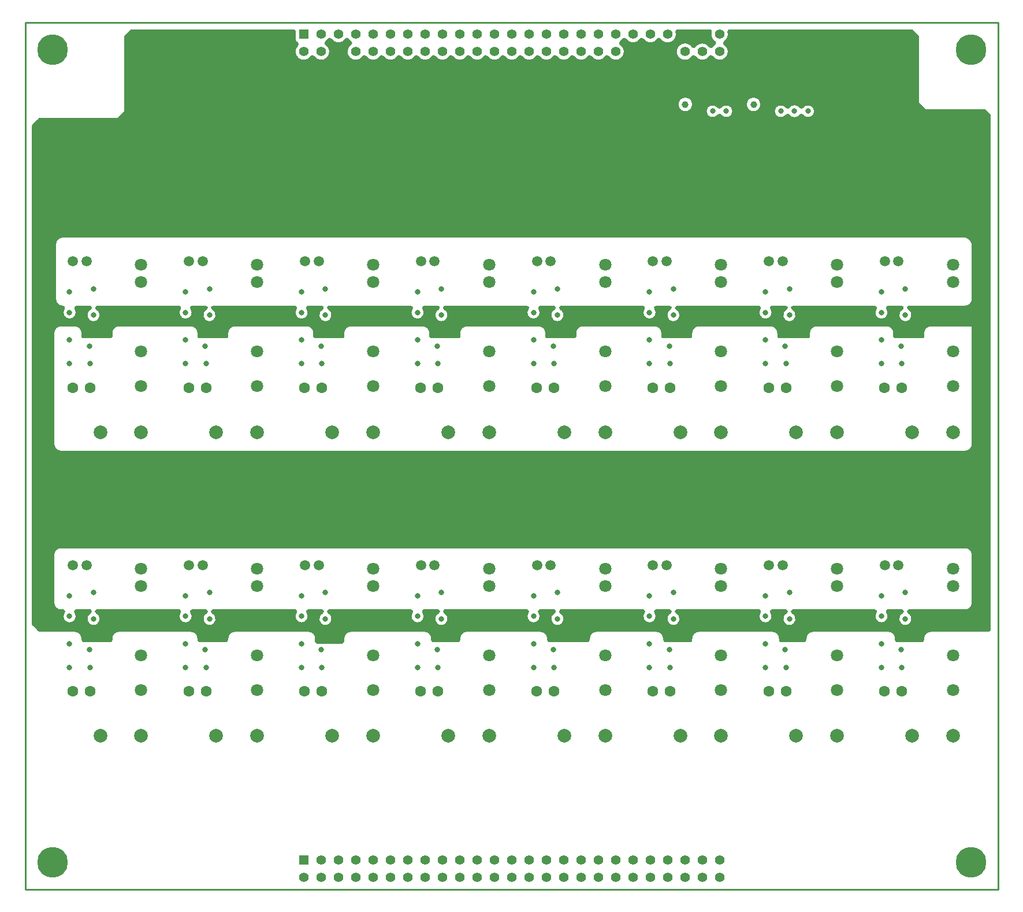
<source format=gbr>
*
*
G04 PADS Layout (Build Number 2005.266.2) generated Gerber (RS-274-X) file*
G04 PC Version=2.1*
*
%IN "cecs_module_relay_1031."*%
*
%MOMM*%
*
%FSLAX35Y35*%
*
*
*
*
G04 PC Standard Apertures*
*
*
G04 Thermal Relief Aperture macro.*
%AMTER*
1,1,$1,0,0*
1,0,$1-$2,0,0*
21,0,$3,$4,0,0,45*
21,0,$3,$4,0,0,135*
%
*
*
G04 Annular Aperture macro.*
%AMANN*
1,1,$1,0,0*
1,0,$2,0,0*
%
*
*
G04 Odd Aperture macro.*
%AMODD*
1,1,$1,0,0*
1,0,$1-0.005,0,0*
%
*
*
G04 PC Custom Aperture Macros*
*
*
*
*
*
*
G04 PC Aperture Table*
*
%ADD033C,1.5*%
%ADD034R,1.4224X1.4224*%
%ADD035C,1.4224*%
%ADD036C,2*%
%ADD058C,0.254*%
%ADD061C,1*%
%ADD062C,0.8*%
%ADD103C,1.6*%
%ADD105C,1.8*%
%ADD106C,4.5*%
%ADD108C,0.3*%
*
*
*
*
G04 PC Custom Flashes*
G04 Layer Name cecs_module_relay_1031. - flashes*
%LPD*%
*
*
G04 PC Circuitry*
G04 Layer Name cecs_module_relay_1031. - circuitry*
%LPD*%
*
G54D33*
G01X26300000Y17450000D03*
X26100000D03*
X33100000Y21900000D03*
X32900000D03*
X34800000Y17450000D03*
X34600000D03*
X34800000Y21900000D03*
X34600000D03*
X36500000Y17450000D03*
X36300000D03*
X36500000Y21900000D03*
X36300000D03*
X38200000Y17450000D03*
X38000000D03*
X38200000Y21900000D03*
X38000000D03*
X26300000D03*
X26100000D03*
X28000000Y17450000D03*
X27800000D03*
X28000000Y21900000D03*
X27800000D03*
X29700000Y17450000D03*
X29500000D03*
X29700000Y21900000D03*
X29500000D03*
X31400000Y17450000D03*
X31200000D03*
X31400000Y21900000D03*
X31200000D03*
X33100000Y17450000D03*
X32900000D03*
G54D34*
X29482000Y13127000D03*
Y25227000D03*
G54D35*
Y12873000D03*
X29736000Y13127000D03*
Y12873000D03*
X29990000Y13127000D03*
Y12873000D03*
X30244000Y13127000D03*
Y12873000D03*
X30498000Y13127000D03*
Y12873000D03*
X30752000Y13127000D03*
Y12873000D03*
X31006000Y13127000D03*
Y12873000D03*
X31260000Y13127000D03*
Y12873000D03*
X31514000Y13127000D03*
Y12873000D03*
X31768000Y13127000D03*
Y12873000D03*
X32022000Y13127000D03*
Y12873000D03*
X32276000Y13127000D03*
Y12873000D03*
X32530000Y13127000D03*
Y12873000D03*
X32784000Y13127000D03*
Y12873000D03*
X33038000Y13127000D03*
Y12873000D03*
X33292000Y13127000D03*
Y12873000D03*
X33546000Y13127000D03*
Y12873000D03*
X33800000Y13127000D03*
Y12873000D03*
X34054000Y13127000D03*
Y12873000D03*
X34308000Y13127000D03*
Y12873000D03*
X34562000Y13127000D03*
Y12873000D03*
X34816000Y13127000D03*
Y12873000D03*
X35070000Y13127000D03*
Y12873000D03*
X35324000Y13127000D03*
Y12873000D03*
X35578000Y13127000D03*
Y12873000D03*
X29482000Y24973000D03*
X29736000Y25227000D03*
Y24973000D03*
X29990000Y25227000D03*
Y24973000D03*
X30244000Y25227000D03*
Y24973000D03*
X30498000Y25227000D03*
Y24973000D03*
X30752000Y25227000D03*
Y24973000D03*
X31006000Y25227000D03*
Y24973000D03*
X31260000Y25227000D03*
Y24973000D03*
X31514000Y25227000D03*
Y24973000D03*
X31768000Y25227000D03*
Y24973000D03*
X32022000Y25227000D03*
Y24973000D03*
X32276000Y25227000D03*
Y24973000D03*
X32530000Y25227000D03*
Y24973000D03*
X32784000Y25227000D03*
Y24973000D03*
X33038000Y25227000D03*
Y24973000D03*
X33292000Y25227000D03*
Y24973000D03*
X33546000Y25227000D03*
Y24973000D03*
X33800000Y25227000D03*
Y24973000D03*
X34054000Y25227000D03*
Y24973000D03*
X34308000Y25227000D03*
Y24973000D03*
X34562000Y25227000D03*
Y24973000D03*
X34816000Y25227000D03*
Y24973000D03*
X35070000Y25227000D03*
Y24973000D03*
X35324000Y25227000D03*
Y24973000D03*
X35578000Y25227000D03*
Y24973000D03*
G54D36*
X27100000Y14950000D03*
X26500000D03*
X33900000Y19400000D03*
X33300000D03*
X35600000Y14950000D03*
X35000000D03*
X35600000Y19400000D03*
X35000000D03*
X37300000Y14950000D03*
X36700000D03*
X37300000Y19400000D03*
X36700000D03*
X39000000Y14950000D03*
X38400000D03*
X39000000Y19400000D03*
X38400000D03*
X27100000D03*
X26500000D03*
X28800000Y14950000D03*
X28200000D03*
X28800000Y19400000D03*
X28200000D03*
X30500000Y14950000D03*
X29900000D03*
X30500000Y19400000D03*
X29900000D03*
X32200000Y14950000D03*
X31600000D03*
X32200000Y19400000D03*
X31600000D03*
X33900000Y14950000D03*
X33300000D03*
G54D58*
X25400000Y12700000D02*
Y25400000D01*
X39660000*
Y12700000*
X25400000*
G54D61*
X36075000Y24200000D03*
Y23700000D03*
X35075000Y24200000D03*
Y23700000D03*
X36075000Y24200000D03*
Y23700000D03*
X35075000Y24200000D03*
Y23700000D03*
G54D62*
X35475000Y24100000D03*
Y23800000D03*
X35675000Y24100000D03*
Y23800000D03*
X36475000Y24100000D03*
Y23800000D03*
X36675000Y24100000D03*
Y23800000D03*
X36875000Y24100000D03*
Y23800000D03*
X26339700Y16211100D03*
Y16388900D03*
X26050000Y16300000D03*
X33139700Y20661100D03*
Y20838900D03*
X32850000Y20750000D03*
X34839700Y16211100D03*
Y16388900D03*
X34550000Y16300000D03*
X34839700Y20661100D03*
Y20838900D03*
X34550000Y20750000D03*
X36539700Y16211100D03*
Y16388900D03*
X36250000Y16300000D03*
X36539700Y20661100D03*
Y20838900D03*
X36250000Y20750000D03*
X38239700Y16211100D03*
Y16388900D03*
X37950000Y16300000D03*
X38239700Y20661100D03*
Y20838900D03*
X37950000Y20750000D03*
X26339700Y20661100D03*
Y20838900D03*
X26050000Y20750000D03*
X28039700Y16211100D03*
Y16388900D03*
X27750000Y16300000D03*
X28039700Y20661100D03*
Y20838900D03*
X27750000Y20750000D03*
X29739700Y16211100D03*
Y16388900D03*
X29450000Y16300000D03*
X29739700Y20661100D03*
Y20838900D03*
X29450000Y20750000D03*
X31439700Y16211100D03*
Y16388900D03*
X31150000Y16300000D03*
X31439700Y20661100D03*
Y20838900D03*
X31150000Y20750000D03*
X33139700Y16211100D03*
Y16388900D03*
X32850000Y16300000D03*
X26400000Y17050000D03*
Y16662500D03*
X27750000Y21450000D03*
Y21150000D03*
X28050000Y15950000D03*
X27750000D03*
X28050000Y20400000D03*
X27750000D03*
X29800000Y17050000D03*
Y16662500D03*
Y21500000D03*
Y21112500D03*
X29450000Y17000000D03*
Y16700000D03*
Y21450000D03*
Y21150000D03*
X29750000Y15950000D03*
X29450000D03*
X29750000Y20400000D03*
X29450000D03*
X31500000Y17050000D03*
Y16662500D03*
X26400000Y21500000D03*
Y21112500D03*
X31500000Y21500000D03*
Y21112500D03*
X31150000Y17000000D03*
Y16700000D03*
Y21450000D03*
Y21150000D03*
X31450000Y15950000D03*
X31150000D03*
X31450000Y20400000D03*
X31150000D03*
X33200000Y17050000D03*
Y16662500D03*
Y21500000D03*
Y21112500D03*
X32850000Y17000000D03*
Y16700000D03*
Y21450000D03*
Y21150000D03*
X33150000Y15950000D03*
X32850000D03*
X26050000Y17000000D03*
Y16700000D03*
X33150000Y20400000D03*
X32850000D03*
X34900000Y17050000D03*
Y16662500D03*
X34550000Y17000000D03*
Y16700000D03*
X34900000Y21500000D03*
Y21112500D03*
X34550000Y21450000D03*
Y21150000D03*
X34850000Y15950000D03*
X34550000D03*
X34850000Y20400000D03*
X34550000D03*
X36600000Y17050000D03*
Y16662500D03*
Y21500000D03*
Y21112500D03*
X36250000Y17000000D03*
Y16700000D03*
X26050000Y21450000D03*
Y21150000D03*
X36250000Y21450000D03*
Y21150000D03*
X36550000Y15950000D03*
X36250000D03*
X36550000Y20400000D03*
X36250000D03*
X38300000Y17050000D03*
Y16662500D03*
X37950000Y17000000D03*
Y16700000D03*
X38300000Y21500000D03*
Y21112500D03*
X37950000Y21450000D03*
Y21150000D03*
X38250000Y15950000D03*
X37950000D03*
X38250000Y20400000D03*
X37950000D03*
X26350000Y15950000D03*
X26050000D03*
X26350000Y20400000D03*
X26050000D03*
X28100000Y17050000D03*
Y16662500D03*
X27750000Y17000000D03*
Y16700000D03*
X28100000Y21500000D03*
Y21112500D03*
X35475000Y24100000D03*
Y23800000D03*
X35675000Y24100000D03*
Y23800000D03*
X36475000Y24100000D03*
Y23800000D03*
X36675000Y24100000D03*
Y23800000D03*
X36875000Y24100000D03*
Y23800000D03*
X26339700Y16211100D03*
Y16388900D03*
X26050000Y16300000D03*
X33139700Y20661100D03*
Y20838900D03*
X32850000Y20750000D03*
X34839700Y16211100D03*
Y16388900D03*
X34550000Y16300000D03*
X34839700Y20661100D03*
Y20838900D03*
X34550000Y20750000D03*
X36539700Y16211100D03*
Y16388900D03*
X36250000Y16300000D03*
X36539700Y20661100D03*
Y20838900D03*
X36250000Y20750000D03*
X38239700Y16211100D03*
Y16388900D03*
X37950000Y16300000D03*
X38239700Y20661100D03*
Y20838900D03*
X37950000Y20750000D03*
X26339700Y20661100D03*
Y20838900D03*
X26050000Y20750000D03*
X28039700Y16211100D03*
Y16388900D03*
X27750000Y16300000D03*
X28039700Y20661100D03*
Y20838900D03*
X27750000Y20750000D03*
X29739700Y16211100D03*
Y16388900D03*
X29450000Y16300000D03*
X29739700Y20661100D03*
Y20838900D03*
X29450000Y20750000D03*
X31439700Y16211100D03*
Y16388900D03*
X31150000Y16300000D03*
X31439700Y20661100D03*
Y20838900D03*
X31150000Y20750000D03*
X33139700Y16211100D03*
Y16388900D03*
X32850000Y16300000D03*
X26400000Y17050000D03*
Y16662500D03*
X27750000Y21450000D03*
Y21150000D03*
X28050000Y15950000D03*
X27750000D03*
X28050000Y20400000D03*
X27750000D03*
X29800000Y17050000D03*
Y16662500D03*
Y21500000D03*
Y21112500D03*
X29450000Y17000000D03*
Y16700000D03*
Y21450000D03*
Y21150000D03*
X29750000Y15950000D03*
X29450000D03*
X29750000Y20400000D03*
X29450000D03*
X31500000Y17050000D03*
Y16662500D03*
X26400000Y21500000D03*
Y21112500D03*
X31500000Y21500000D03*
Y21112500D03*
X31150000Y17000000D03*
Y16700000D03*
Y21450000D03*
Y21150000D03*
X31450000Y15950000D03*
X31150000D03*
X31450000Y20400000D03*
X31150000D03*
X33200000Y17050000D03*
Y16662500D03*
Y21500000D03*
Y21112500D03*
X32850000Y17000000D03*
Y16700000D03*
Y21450000D03*
Y21150000D03*
X33150000Y15950000D03*
X32850000D03*
X26050000Y17000000D03*
Y16700000D03*
X33150000Y20400000D03*
X32850000D03*
X34900000Y17050000D03*
Y16662500D03*
X34550000Y17000000D03*
Y16700000D03*
X34900000Y21500000D03*
Y21112500D03*
X34550000Y21450000D03*
Y21150000D03*
X34850000Y15950000D03*
X34550000D03*
X34850000Y20400000D03*
X34550000D03*
X36600000Y17050000D03*
Y16662500D03*
Y21500000D03*
Y21112500D03*
X36250000Y17000000D03*
Y16700000D03*
X26050000Y21450000D03*
Y21150000D03*
X36250000Y21450000D03*
Y21150000D03*
X36550000Y15950000D03*
X36250000D03*
X36550000Y20400000D03*
X36250000D03*
X38300000Y17050000D03*
Y16662500D03*
X37950000Y17000000D03*
Y16700000D03*
X38300000Y21500000D03*
Y21112500D03*
X37950000Y21450000D03*
Y21150000D03*
X38250000Y15950000D03*
X37950000D03*
X38250000Y20400000D03*
X37950000D03*
X26350000Y15950000D03*
X26050000D03*
X26350000Y20400000D03*
X26050000D03*
X28100000Y17050000D03*
Y16662500D03*
X27750000Y17000000D03*
Y16700000D03*
X28100000Y21500000D03*
Y21112500D03*
G54D103*
X31450000Y20050000D03*
X31196000D03*
X33150000Y15600000D03*
X32896000D03*
X33150000Y20050000D03*
X32896000D03*
X34850000Y15600000D03*
X34596000D03*
X34850000Y20050000D03*
X34596000D03*
X36550000Y15600000D03*
X36296000D03*
X36550000Y20050000D03*
X36296000D03*
X38250000Y15600000D03*
X37996000D03*
X38250000Y20050000D03*
X37996000D03*
X26350000Y15600000D03*
X26096000D03*
X26350000Y20050000D03*
X26096000D03*
X28050000Y15600000D03*
X27796000D03*
X28050000Y20050000D03*
X27796000D03*
X29750000Y15600000D03*
X29496000D03*
X29750000Y20050000D03*
X29496000D03*
X31450000Y15600000D03*
X31196000D03*
G54D105*
X27100000Y17400000D03*
Y17146000D03*
Y15622000D03*
Y16130000D03*
X33900000Y21850000D03*
Y21596000D03*
Y20072000D03*
Y20580000D03*
X35600000Y17400000D03*
Y17146000D03*
Y15622000D03*
Y16130000D03*
Y21850000D03*
Y21596000D03*
Y20072000D03*
Y20580000D03*
X37300000Y17400000D03*
Y17146000D03*
Y15622000D03*
Y16130000D03*
Y21850000D03*
Y21596000D03*
Y20072000D03*
Y20580000D03*
X39000000Y17400000D03*
Y17146000D03*
Y15622000D03*
Y16130000D03*
Y21850000D03*
Y21596000D03*
Y20072000D03*
Y20580000D03*
X27100000Y21850000D03*
Y21596000D03*
Y20072000D03*
Y20580000D03*
X28800000Y17400000D03*
Y17146000D03*
Y15622000D03*
Y16130000D03*
Y21850000D03*
Y21596000D03*
Y20072000D03*
Y20580000D03*
X30500000Y17400000D03*
Y17146000D03*
Y15622000D03*
Y16130000D03*
Y21850000D03*
Y21596000D03*
Y20072000D03*
Y20580000D03*
X32200000Y17400000D03*
Y17146000D03*
Y15622000D03*
Y16130000D03*
Y21850000D03*
Y21596000D03*
Y20072000D03*
Y20580000D03*
X33900000Y17400000D03*
Y17146000D03*
Y15622000D03*
Y16130000D03*
G54D106*
X25800000Y25000000D03*
X39260000D03*
Y13100000D03*
X25800000D03*
G54D108*
X39290000Y16935000D02*
Y16900000D01*
X39175000Y16785000D02*
G75*
G03X39290000Y16900000I0J115000D01*
G01X39175000Y16785000D02*
X39115000D01*
Y16640000*
X39535000*
Y16935000*
X39290000*
X39040000Y20965000D02*
X39485000D01*
Y21435000*
X39290000*
Y21350000*
X39175000Y21235000D02*
G03X39290000Y21350000I0J115000D01*
G01X39175000Y21235000D02*
X39040000D01*
Y20965000*
X39090000Y19110000D02*
X39175000D01*
G03X39290000Y19225000I0J115000*
G01Y19310000*
X39535000*
Y17915000*
X39090000*
Y19110000*
X39290000Y17490000D02*
Y17600000D01*
G03X39175000Y17715000I-115000J0*
G01X39090000*
Y17960000*
X39535000*
Y17490000*
X39290000*
Y16909967D02*
X39535000D01*
X39288732Y16882967D02*
X39535000D01*
X39281236Y16855967D02*
X39535000D01*
X39265439Y16828967D02*
X39535000D01*
X39235120Y16801967D02*
X39535000D01*
X39115000Y16774967D02*
X39535000D01*
X39115000Y16747967D02*
X39535000D01*
X39115000Y16720967D02*
X39535000D01*
X39115000Y16693967D02*
X39535000D01*
X39115000Y16666967D02*
X39535000D01*
X39290000Y21423967D02*
X39485000D01*
X39290000Y21396967D02*
X39485000D01*
X39290000Y21369967D02*
X39485000D01*
X39289785Y21342967D02*
X39485000D01*
X39284849Y21315967D02*
X39485000D01*
X39272468Y21288967D02*
X39485000D01*
X39248994Y21261967D02*
X39485000D01*
X39040000Y21234967D02*
X39485000D01*
X39040000Y21207967D02*
X39485000D01*
X39040000Y21180967D02*
X39485000D01*
X39040000Y21153967D02*
X39485000D01*
X39040000Y21126967D02*
X39485000D01*
X39040000Y21099967D02*
X39485000D01*
X39040000Y21072967D02*
X39485000D01*
X39040000Y21045967D02*
X39485000D01*
X39040000Y21018967D02*
X39485000D01*
X39040000Y20991967D02*
X39485000D01*
X39290000Y19291967D02*
X39535000D01*
X39290000Y19264967D02*
X39535000D01*
X39290000Y19237967D02*
X39535000D01*
X39289141Y19210967D02*
X39535000D01*
X39282430Y19183967D02*
X39535000D01*
X39267717Y19156967D02*
X39535000D01*
X39239759Y19129967D02*
X39535000D01*
X39090000Y19102967D02*
X39535000D01*
X39090000Y19075967D02*
X39535000D01*
X39090000Y19048967D02*
X39535000D01*
X39090000Y19021967D02*
X39535000D01*
X39090000Y18994967D02*
X39535000D01*
X39090000Y18967967D02*
X39535000D01*
X39090000Y18940967D02*
X39535000D01*
X39090000Y18913967D02*
X39535000D01*
X39090000Y18886967D02*
X39535000D01*
X39090000Y18859967D02*
X39535000D01*
X39090000Y18832967D02*
X39535000D01*
X39090000Y18805967D02*
X39535000D01*
X39090000Y18778967D02*
X39535000D01*
X39090000Y18751967D02*
X39535000D01*
X39090000Y18724967D02*
X39535000D01*
X39090000Y18697967D02*
X39535000D01*
X39090000Y18670967D02*
X39535000D01*
X39090000Y18643967D02*
X39535000D01*
X39090000Y18616967D02*
X39535000D01*
X39090000Y18589967D02*
X39535000D01*
X39090000Y18562967D02*
X39535000D01*
X39090000Y18535967D02*
X39535000D01*
X39090000Y18508967D02*
X39535000D01*
X39090000Y18481967D02*
X39535000D01*
X39090000Y18454967D02*
X39535000D01*
X39090000Y18427967D02*
X39535000D01*
X39090000Y18400967D02*
X39535000D01*
X39090000Y18373967D02*
X39535000D01*
X39090000Y18346967D02*
X39535000D01*
X39090000Y18319967D02*
X39535000D01*
X39090000Y18292967D02*
X39535000D01*
X39090000Y18265967D02*
X39535000D01*
X39090000Y18238967D02*
X39535000D01*
X39090000Y18211967D02*
X39535000D01*
X39090000Y18184967D02*
X39535000D01*
X39090000Y18157967D02*
X39535000D01*
X39090000Y18130967D02*
X39535000D01*
X39090000Y18103967D02*
X39535000D01*
X39090000Y18076967D02*
X39535000D01*
X39090000Y18049967D02*
X39535000D01*
X39090000Y18022967D02*
X39535000D01*
X39090000Y17995967D02*
X39535000D01*
X39090000Y17968967D02*
X39535000D01*
X39090000Y17941967D02*
X39535000D01*
X39090000Y17948967D02*
X39535000D01*
X39090000Y17921967D02*
X39535000D01*
X39090000Y17894967D02*
X39535000D01*
X39090000Y17867967D02*
X39535000D01*
X39090000Y17840967D02*
X39535000D01*
X39090000Y17813967D02*
X39535000D01*
X39090000Y17786967D02*
X39535000D01*
X39090000Y17759967D02*
X39535000D01*
X39090000Y17732967D02*
X39535000D01*
X39219677Y17705967D02*
X39535000D01*
X39258602Y17678967D02*
X39535000D01*
X39277589Y17651967D02*
X39535000D01*
X39287257Y17624967D02*
X39535000D01*
X39290000Y17597967D02*
X39535000D01*
X39290000Y17570967D02*
X39535000D01*
X39290000Y17543967D02*
X39535000D01*
X39290000Y17516967D02*
X39535000D01*
X36190001Y24200000D02*
G03X36190001I-115001J0D01*
G01X35190001D02*
G03X35190001I-115001J0D01*
G01X39535000Y16830000D02*
Y24037574D01*
G03X39530607Y24048180I-15000J-0*
G01X39473180Y24105607*
X39473180D02*
G03X39462574Y24110000I-10606J-10607D01*
G01X38593787*
X38485000Y24218787*
Y25187574*
G03X38480607Y25198180I-15000J-0*
G01X38398180Y25280607*
X38398180D02*
G03X38387574Y25285000I-10606J-10607D01*
G01X35722874*
G03X35708494Y25265732I-0J-15000*
G01X35651775Y25112606D02*
G03X35708494Y25265732I-73775J114394D01*
G01X35651775Y25112606D02*
G03Y25087394I8130J-12606D01*
G01X35463606Y24899225D02*
G03X35651775Y25087394I114394J73775D01*
G01X35463606Y24899225D02*
G03X35438394I-12606J-8130D01*
G01X35209606D02*
G03X35438394I114394J73775D01*
G01X35209606D02*
G03X35184394I-12606J-8130D01*
G01Y25046775D02*
G03Y24899225I-114394J-73775D01*
G01Y25046775D02*
G03X35209606I12606J8130D01*
G01X35438394D02*
G03X35209606I-114394J-73775D01*
G01X35438394D02*
G03X35463606I12606J8130D01*
G01X35504225Y25087394D02*
G03X35463606Y25046775I73775J-114394D01*
G01X35504225Y25087394D02*
G03Y25112606I-8130J12606D01*
G01X35447506Y25265732D02*
G03X35504225Y25112606I130494J-38732D01*
G01X35447506Y25265732D02*
G03X35433126Y25285000I-14380J4268D01*
G01X34960874*
G03X34946494Y25265732I-0J-15000*
G01X34701606Y25153225D02*
G03X34946494Y25265732I114394J73775D01*
G01X34701606Y25153225D02*
G03X34676394I-12606J-8130D01*
G01X34447606D02*
G03X34676394I114394J73775D01*
G01X34447606D02*
G03X34422394I-12606J-8130D01*
G01X34193606D02*
G03X34422394I114394J73775D01*
G01X34193606D02*
G03X34168394I-12606J-8130D01*
G01X34127775Y25112606D02*
G03X34168394Y25153225I-73775J114394D01*
G01X34127775Y25112606D02*
G03Y25087394I8130J-12606D01*
G01X33939606Y24899225D02*
G03X34127775Y25087394I114394J73775D01*
G01X33939606Y24899225D02*
G03X33914394I-12606J-8130D01*
G01X33685606D02*
G03X33914394I114394J73775D01*
G01X33685606D02*
G03X33660394I-12606J-8130D01*
G01X33431606D02*
G03X33660394I114394J73775D01*
G01X33431606D02*
G03X33406394I-12606J-8130D01*
G01X33177606D02*
G03X33406394I114394J73775D01*
G01X33177606D02*
G03X33152394I-12606J-8130D01*
G01X32923606D02*
G03X33152394I114394J73775D01*
G01X32923606D02*
G03X32898394I-12606J-8130D01*
G01X32669606D02*
G03X32898394I114394J73775D01*
G01X32669606D02*
G03X32644394I-12606J-8130D01*
G01X32415606D02*
G03X32644394I114394J73775D01*
G01X32415606D02*
G03X32390394I-12606J-8130D01*
G01X32161606D02*
G03X32390394I114394J73775D01*
G01X32161606D02*
G03X32136394I-12606J-8130D01*
G01X31907606D02*
G03X32136394I114394J73775D01*
G01X31907606D02*
G03X31882394I-12606J-8130D01*
G01X31653606D02*
G03X31882394I114394J73775D01*
G01X31653606D02*
G03X31628394I-12606J-8130D01*
G01X31399606D02*
G03X31628394I114394J73775D01*
G01X31399606D02*
G03X31374394I-12606J-8130D01*
G01X31145606D02*
G03X31374394I114394J73775D01*
G01X31145606D02*
G03X31120394I-12606J-8130D01*
G01X30891606D02*
G03X31120394I114394J73775D01*
G01X30891606D02*
G03X30866394I-12606J-8130D01*
G01X30637606D02*
G03X30866394I114394J73775D01*
G01X30637606D02*
G03X30612394I-12606J-8130D01*
G01X30383606D02*
G03X30612394I114394J73775D01*
G01X30383606D02*
G03X30358394I-12606J-8130D01*
G01X30170225Y25087394D02*
G03X30358394Y24899225I73775J-114394D01*
G01X30170225Y25087394D02*
G03Y25112606I-8130J12606D01*
G01X30129606Y25153225D02*
G03X30170225Y25112606I114394J73775D01*
G01X30129606Y25153225D02*
G03X30104394I-12606J-8130D01*
G01X29875606D02*
G03X30104394I114394J73775D01*
G01X29875606D02*
G03X29850394I-12606J-8130D01*
G01X29809775Y25112606D02*
G03X29850394Y25153225I-73775J114394D01*
G01X29809775Y25112606D02*
G03Y25087394I8130J-12606D01*
G01X29621606Y24899225D02*
G03X29809775Y25087394I114394J73775D01*
G01X29621606Y24899225D02*
G03X29596394I-12606J-8130D01*
G01X29388521Y25071946D02*
G03X29596394Y24899225I93479J-98946D01*
G01X29388521Y25071947D02*
G03X29384343Y25096543I-10301J10903D01*
G01X29345879Y25155880D02*
G03X29384343Y25096543I65001J0D01*
G01X29345879Y25155880D02*
Y25270000D01*
X29345879D02*
G03X29330879Y25285000I-15000J0D01*
G01X29330879D02*
X26962426D01*
G03X26951820Y25280607I0J-15000*
G01X26869393Y25198180*
X26869393D02*
G03X26865000Y25187574I10607J-10606D01*
G01Y24093787*
X26756213Y23985000*
X25612426*
G03X25601820Y23980607I0J-15000*
G01X25519393Y23898180*
X25519393D02*
G03X25515000Y23887574I10607J-10606D01*
G01Y16587426*
G03X25519393Y16576820I15000J0*
G01X25601820Y16494393*
X25601820D02*
G03X25612426Y16490000I10606J10607D01*
G01X26125000*
X26240000Y16375000D02*
G03X26125000Y16490000I-115000J0D01*
G01X26240000Y16375000D02*
Y16355000D01*
G03X26255000Y16340000I15000J0*
G01X26645000*
G03X26660000Y16355000I0J15000*
G01Y16375000*
X26775000Y16490000D02*
G03X26660000Y16375000I0J-115000D01*
G01X26775000Y16490000D02*
X27825000D01*
X27940000Y16375000D02*
G03X27825000Y16490000I-115000J0D01*
G01X27940000Y16375000D02*
Y16355000D01*
G03X27955000Y16340000I15000J0*
G01X28345000*
G03X28360000Y16355000I0J15000*
G01Y16375000*
X28475000Y16490000D02*
G03X28360000Y16375000I0J-115000D01*
G01X28475000Y16490000D02*
X29550000D01*
X29665000Y16375000D02*
G03X29550000Y16490000I-115000J0D01*
G01X29665000Y16375000D02*
Y16330000D01*
G03X29680000Y16315000I15000J0*
G01X29723485*
G03X29725512Y16315138I0J15000*
G01X29753888Y16315137D02*
G03X29725512I-14188J-104037D01*
G01X29753888Y16315138D02*
G03X29755915Y16315000I2027J14862D01*
G01X30045000*
G03X30060000Y16330000I0J15000*
G01Y16375000*
X30175000Y16490000D02*
G03X30060000Y16375000I0J-115000D01*
G01X30175000Y16490000D02*
X31250000D01*
X31365000Y16375000D02*
G03X31250000Y16490000I-115000J0D01*
G01X31365000Y16375000D02*
Y16355000D01*
G03X31380000Y16340000I15000J0*
G01X31745000*
G03X31760000Y16355000I0J15000*
G01Y16375000*
X31875000Y16490000D02*
G03X31760000Y16375000I0J-115000D01*
G01X31875000Y16490000D02*
X32950000D01*
X33065000Y16375000D02*
G03X32950000Y16490000I-115000J0D01*
G01X33065000Y16375000D02*
Y16355000D01*
G03X33080000Y16340000I15000J0*
G01X33645000*
G03X33660000Y16355000I0J15000*
G01Y16375000*
X33775000Y16490000D02*
G03X33660000Y16375000I0J-115000D01*
G01X33775000Y16490000D02*
X34650000D01*
X34765000Y16375000D02*
G03X34650000Y16490000I-115000J0D01*
G01X34765000Y16375000D02*
Y16355000D01*
G03X34780000Y16340000I15000J0*
G01X35145000*
G03X35160000Y16355000I0J15000*
G01Y16375000*
X35275000Y16490000D02*
G03X35160000Y16375000I0J-115000D01*
G01X35275000Y16490000D02*
X36350000D01*
X36465000Y16375000D02*
G03X36350000Y16490000I-115000J0D01*
G01X36465000Y16375000D02*
Y16355000D01*
G03X36480000Y16340000I15000J0*
G01X36820000*
G03X36835000Y16355000I0J15000*
G01Y16375000*
X36950000Y16490000D02*
G03X36835000Y16375000I0J-115000D01*
G01X36950000Y16490000D02*
X38050000D01*
X38165000Y16375000D02*
G03X38050000Y16490000I-115000J0D01*
G01X38165000Y16375000D02*
Y16355000D01*
G03X38180000Y16340000I15000J0*
G01X38545000*
G03X38560000Y16355000I0J15000*
G01Y16375000*
X38675000Y16490000D02*
G03X38560000Y16375000I0J-115000D01*
G01X38675000Y16490000D02*
X39520000D01*
G03X39535000Y16505000I0J15000*
G01Y16770000*
G03X39520000Y16785000I-15000J0*
G01X38353328*
G03X38346662Y16756563I0J-15000*
G01X38253338Y16756562D02*
G03X38346662I46662J-94062D01*
G01X38253338Y16756563D02*
G03X38246672Y16785000I-6666J13437D01*
G01X38047469*
G03X38035285Y16761250I-0J-15000*
G01X37864715D02*
G03X38035285I85285J-61250D01*
G01X37864715D02*
G03X37852531Y16785000I-12184J8750D01*
G01X36653328*
G03X36646662Y16756563I0J-15000*
G01X36553338Y16756562D02*
G03X36646662I46662J-94062D01*
G01X36553338Y16756563D02*
G03X36546672Y16785000I-6666J13437D01*
G01X36347469*
G03X36335285Y16761250I-0J-15000*
G01X36164715D02*
G03X36335285I85285J-61250D01*
G01X36164715D02*
G03X36152531Y16785000I-12184J8750D01*
G01X34953328*
G03X34946662Y16756563I0J-15000*
G01X34853338Y16756562D02*
G03X34946662I46662J-94062D01*
G01X34853338Y16756563D02*
G03X34846672Y16785000I-6666J13437D01*
G01X34647469*
G03X34635285Y16761250I-0J-15000*
G01X34464715D02*
G03X34635285I85285J-61250D01*
G01X34464715D02*
G03X34452531Y16785000I-12184J8750D01*
G01X33253328*
G03X33246662Y16756563I0J-15000*
G01X33153338Y16756562D02*
G03X33246662I46662J-94062D01*
G01X33153338Y16756563D02*
G03X33146672Y16785000I-6666J13437D01*
G01X32947469*
G03X32935285Y16761250I-0J-15000*
G01X32764715D02*
G03X32935285I85285J-61250D01*
G01X32764715D02*
G03X32752531Y16785000I-12184J8750D01*
G01X31553328*
G03X31546662Y16756563I0J-15000*
G01X31453338Y16756562D02*
G03X31546662I46662J-94062D01*
G01X31453338Y16756563D02*
G03X31446672Y16785000I-6666J13437D01*
G01X31247469*
G03X31235285Y16761250I-0J-15000*
G01X31064715D02*
G03X31235285I85285J-61250D01*
G01X31064715D02*
G03X31052531Y16785000I-12184J8750D01*
G01X29853328*
G03X29846662Y16756563I0J-15000*
G01X29753338Y16756562D02*
G03X29846662I46662J-94062D01*
G01X29753338Y16756563D02*
G03X29746672Y16785000I-6666J13437D01*
G01X29547469*
G03X29535285Y16761250I-0J-15000*
G01X29364715D02*
G03X29535285I85285J-61250D01*
G01X29364715D02*
G03X29352531Y16785000I-12184J8750D01*
G01X28153328*
G03X28146662Y16756563I0J-15000*
G01X28053338Y16756562D02*
G03X28146662I46662J-94062D01*
G01X28053338Y16756563D02*
G03X28046672Y16785000I-6666J13437D01*
G01X27847469*
G03X27835285Y16761250I-0J-15000*
G01X27664715D02*
G03X27835285I85285J-61250D01*
G01X27664715D02*
G03X27652531Y16785000I-12184J8750D01*
G01X26453328*
G03X26446662Y16756563I0J-15000*
G01X26353338Y16756562D02*
G03X26446662I46662J-94062D01*
G01X26353338Y16756563D02*
G03X26346672Y16785000I-6666J13437D01*
G01X26147469*
G03X26135285Y16761250I-0J-15000*
G01X25964715D02*
G03X26135285I85285J-61250D01*
G01X25964715D02*
G03X25952531Y16785000I-12184J8750D01*
G01X25925000*
X25810000Y16900000D02*
G03X25925000Y16785000I115000J0D01*
G01X25810000Y16900000D02*
Y17600000D01*
X25925000Y17715000D02*
G03X25810000Y17600000I0J-115000D01*
G01X25925000Y17715000D02*
X39245000D01*
G03X39260000Y17730000I0J15000*
G01Y19095000*
G03X39245000Y19110000I-15000J0*
G01X25925000*
X25810000Y19225000D02*
G03X25925000Y19110000I115000J0D01*
G01X25810000Y19225000D02*
Y20850000D01*
X25925000Y20965000D02*
G03X25810000Y20850000I0J-115000D01*
G01X25925000Y20965000D02*
X26125000D01*
X26240000Y20850000D02*
G03X26125000Y20965000I-115000J0D01*
G01X26240000Y20850000D02*
Y20805000D01*
G03X26255000Y20790000I15000J0*
G01X26645000*
G03X26660000Y20805000I0J15000*
G01Y20850000*
X26775000Y20965000D02*
G03X26660000Y20850000I0J-115000D01*
G01X26775000Y20965000D02*
X27825000D01*
X27940000Y20850000D02*
G03X27825000Y20965000I-115000J0D01*
G01X27940000Y20850000D02*
Y20805000D01*
G03X27955000Y20790000I15000J0*
G01X28345000*
G03X28360000Y20805000I0J15000*
G01Y20850000*
X28475000Y20965000D02*
G03X28360000Y20850000I0J-115000D01*
G01X28475000Y20965000D02*
X29525000D01*
X29640000Y20850000D02*
G03X29525000Y20965000I-115000J0D01*
G01X29640000Y20850000D02*
Y20805000D01*
G03X29655000Y20790000I15000J0*
G01X30045000*
G03X30060000Y20805000I0J15000*
G01Y20850000*
X30175000Y20965000D02*
G03X30060000Y20850000I0J-115000D01*
G01X30175000Y20965000D02*
X31225000D01*
X31340000Y20850000D02*
G03X31225000Y20965000I-115000J0D01*
G01X31340000Y20850000D02*
Y20805000D01*
G03X31355000Y20790000I15000J0*
G01X31745000*
G03X31760000Y20805000I0J15000*
G01Y20850000*
X31875000Y20965000D02*
G03X31760000Y20850000I0J-115000D01*
G01X31875000Y20965000D02*
X32925000D01*
X33040000Y20850000D02*
G03X32925000Y20965000I-115000J0D01*
G01X33040000Y20850000D02*
Y20805000D01*
G03X33055000Y20790000I15000J0*
G01X33445000*
G03X33460000Y20805000I0J15000*
G01Y20850000*
X33575000Y20965000D02*
G03X33460000Y20850000I0J-115000D01*
G01X33575000Y20965000D02*
X34625000D01*
X34740000Y20850000D02*
G03X34625000Y20965000I-115000J0D01*
G01X34740000Y20850000D02*
Y20805000D01*
G03X34755000Y20790000I15000J0*
G01X35145000*
G03X35160000Y20805000I0J15000*
G01Y20850000*
X35275000Y20965000D02*
G03X35160000Y20850000I0J-115000D01*
G01X35275000Y20965000D02*
X36325000D01*
X36440000Y20850000D02*
G03X36325000Y20965000I-115000J0D01*
G01X36440000Y20850000D02*
Y20805000D01*
G03X36455000Y20790000I15000J0*
G01X36870000*
G03X36885000Y20805000I0J15000*
G01Y20850000*
X37000000Y20965000D02*
G03X36885000Y20850000I0J-115000D01*
G01X37000000Y20965000D02*
X38025000D01*
X38140000Y20850000D02*
G03X38025000Y20965000I-115000J0D01*
G01X38140000Y20850000D02*
Y20805000D01*
G03X38155000Y20790000I15000J0*
G01X38545000*
G03X38560000Y20805000I0J15000*
G01Y20850000*
X38675000Y20965000D02*
G03X38560000Y20850000I0J-115000D01*
G01X38675000Y20965000D02*
X39195000D01*
G03X39210000Y20980000I0J15000*
G01Y21220000*
G03X39195000Y21235000I-15000J0*
G01X38353328*
G03X38346662Y21206563I0J-15000*
G01X38253338Y21206562D02*
G03X38346662I46662J-94062D01*
G01X38253338Y21206563D02*
G03X38246672Y21235000I-6666J13437D01*
G01X38047469*
G03X38035285Y21211250I-0J-15000*
G01X37864715D02*
G03X38035285I85285J-61250D01*
G01X37864715D02*
G03X37852531Y21235000I-12184J8750D01*
G01X36653328*
G03X36646662Y21206563I0J-15000*
G01X36553338Y21206562D02*
G03X36646662I46662J-94062D01*
G01X36553338Y21206563D02*
G03X36546672Y21235000I-6666J13437D01*
G01X36347469*
G03X36335285Y21211250I-0J-15000*
G01X36164715D02*
G03X36335285I85285J-61250D01*
G01X36164715D02*
G03X36152531Y21235000I-12184J8750D01*
G01X34953328*
G03X34946662Y21206563I0J-15000*
G01X34853338Y21206562D02*
G03X34946662I46662J-94062D01*
G01X34853338Y21206563D02*
G03X34846672Y21235000I-6666J13437D01*
G01X34647469*
G03X34635285Y21211250I-0J-15000*
G01X34464715D02*
G03X34635285I85285J-61250D01*
G01X34464715D02*
G03X34452531Y21235000I-12184J8750D01*
G01X33253328*
G03X33246662Y21206563I0J-15000*
G01X33153338Y21206562D02*
G03X33246662I46662J-94062D01*
G01X33153338Y21206563D02*
G03X33146672Y21235000I-6666J13437D01*
G01X32947469*
G03X32935285Y21211250I-0J-15000*
G01X32764715D02*
G03X32935285I85285J-61250D01*
G01X32764715D02*
G03X32752531Y21235000I-12184J8750D01*
G01X31553328*
G03X31546662Y21206563I0J-15000*
G01X31453338Y21206562D02*
G03X31546662I46662J-94062D01*
G01X31453338Y21206563D02*
G03X31446672Y21235000I-6666J13437D01*
G01X31247469*
G03X31235285Y21211250I-0J-15000*
G01X31064715D02*
G03X31235285I85285J-61250D01*
G01X31064715D02*
G03X31052531Y21235000I-12184J8750D01*
G01X29853328*
G03X29846662Y21206563I0J-15000*
G01X29753338Y21206562D02*
G03X29846662I46662J-94062D01*
G01X29753338Y21206563D02*
G03X29746672Y21235000I-6666J13437D01*
G01X29547469*
G03X29535285Y21211250I-0J-15000*
G01X29364715D02*
G03X29535285I85285J-61250D01*
G01X29364715D02*
G03X29352531Y21235000I-12184J8750D01*
G01X28153328*
G03X28146662Y21206563I0J-15000*
G01X28053338Y21206562D02*
G03X28146662I46662J-94062D01*
G01X28053338Y21206563D02*
G03X28046672Y21235000I-6666J13437D01*
G01X27847469*
G03X27835285Y21211250I-0J-15000*
G01X27664715D02*
G03X27835285I85285J-61250D01*
G01X27664715D02*
G03X27652531Y21235000I-12184J8750D01*
G01X26453328*
G03X26446662Y21206563I0J-15000*
G01X26353338Y21206562D02*
G03X26446662I46662J-94062D01*
G01X26353338Y21206563D02*
G03X26346672Y21235000I-6666J13437D01*
G01X26147469*
G03X26135285Y21211250I-0J-15000*
G01X25964715D02*
G03X26135285I85285J-61250D01*
G01X25964715D02*
G03X25952531Y21235000I-12184J8750D01*
G01X25950000*
X25835000Y21350000D02*
G03X25950000Y21235000I115000J0D01*
G01X25835000Y21350000D02*
Y22150000D01*
X25950000Y22265000D02*
G03X25835000Y22150000I0J-115000D01*
G01X25950000Y22265000D02*
X39122188D01*
G03X39124837Y22265236I-0J15000*
G01X39290000Y22151443D02*
G03X39124837Y22265236I-140000J-26443D01*
G01X39290000Y22151443D02*
Y16830000D01*
G03X39305000Y16815000I15000J0*
G01X39520000*
G03X39535000Y16830000I0J15000*
G01X36787500Y24041958D02*
G03Y24158042I87500J58042D01*
G01Y24041958D02*
G03X36762500I-12500J-8291D01*
G01X36587500D02*
G03X36762500I87500J58042D01*
G01X36587500D02*
G03X36562500I-12500J-8291D01*
G01Y24158042D02*
G03Y24041958I-87500J-58042D01*
G01Y24158042D02*
G03X36587500I12500J8291D01*
G01X36762500D02*
G03X36587500I-87500J-58042D01*
G01X36762500D02*
G03X36787500I12500J8291D01*
G01X36190001Y24200000D02*
G03X36190001I-115001J0D01*
G01X35587500Y24041958D02*
G03Y24158042I87500J58042D01*
G01Y24041958D02*
G03X35562500I-12500J-8291D01*
G01Y24158042D02*
G03Y24041958I-87500J-58042D01*
G01Y24158042D02*
G03X35587500I12500J8291D01*
G01X35190001Y24200000D02*
G03X35190001I-115001J0D01*
G01X36958976Y24036967D02*
X39535000D01*
X36929029Y24009967D02*
X39535000D01*
X25604885Y23982967D02*
X39535000D01*
X25577180Y23955967D02*
X39535000D01*
X25550180Y23928967D02*
X39535000D01*
X25523180Y23901967D02*
X39535000D01*
X25515000Y23874967D02*
X39535000D01*
X25515000Y23847967D02*
X39535000D01*
X25515000Y23820967D02*
X39535000D01*
X25515000Y23793967D02*
X39535000D01*
X25515000Y23766967D02*
X39535000D01*
X25515000Y23739967D02*
X39535000D01*
X25515000Y23712967D02*
X39535000D01*
X25515000Y23685967D02*
X39535000D01*
X25515000Y23658967D02*
X39535000D01*
X25515000Y23631967D02*
X39535000D01*
X25515000Y23604967D02*
X39535000D01*
X25515000Y23577967D02*
X39535000D01*
X25515000Y23550967D02*
X39535000D01*
X25515000Y23523967D02*
X39535000D01*
X25515000Y23496967D02*
X39535000D01*
X25515000Y23469967D02*
X39535000D01*
X25515000Y23442967D02*
X39535000D01*
X25515000Y23415967D02*
X39535000D01*
X25515000Y23388967D02*
X39535000D01*
X25515000Y23361967D02*
X39535000D01*
X25515000Y23334967D02*
X39535000D01*
X25515000Y23307967D02*
X39535000D01*
X25515000Y23280967D02*
X39535000D01*
X25515000Y23253967D02*
X39535000D01*
X25515000Y23226967D02*
X39535000D01*
X25515000Y23199967D02*
X39535000D01*
X25515000Y23172967D02*
X39535000D01*
X25515000Y23145967D02*
X39535000D01*
X25515000Y23118967D02*
X39535000D01*
X25515000Y23091967D02*
X39535000D01*
X25515000Y23064967D02*
X39535000D01*
X25515000Y23037967D02*
X39535000D01*
X25515000Y23010967D02*
X39535000D01*
X25515000Y22983967D02*
X39535000D01*
X25515000Y22956967D02*
X39535000D01*
X25515000Y22929967D02*
X39535000D01*
X25515000Y22902967D02*
X39535000D01*
X25515000Y22875967D02*
X39535000D01*
X25515000Y22848967D02*
X39535000D01*
X25515000Y22821967D02*
X39535000D01*
X25515000Y22794967D02*
X39535000D01*
X25515000Y22767967D02*
X39535000D01*
X25515000Y22740967D02*
X39535000D01*
X25515000Y22713967D02*
X39535000D01*
X25515000Y22686967D02*
X39535000D01*
X25515000Y22659967D02*
X39535000D01*
X25515000Y22632967D02*
X39535000D01*
X25515000Y22605967D02*
X39535000D01*
X25515000Y22578967D02*
X39535000D01*
X25515000Y22551967D02*
X39535000D01*
X25515000Y22524967D02*
X39535000D01*
X25515000Y22497967D02*
X39535000D01*
X25515000Y22470967D02*
X39535000D01*
X25515000Y22443967D02*
X39535000D01*
X25515000Y22416967D02*
X39535000D01*
X25515000Y22389967D02*
X39535000D01*
X25515000Y22362967D02*
X39535000D01*
X25515000Y22335967D02*
X39535000D01*
X25515000Y22308967D02*
X39535000D01*
X25515000Y22281967D02*
X39535000D01*
X39208377Y22254967D02*
X39535000D01*
X39248474Y22227967D02*
X39535000D01*
X39270533Y22200967D02*
X39535000D01*
X39283797Y22173967D02*
X39535000D01*
X39290000Y22146967D02*
X39535000D01*
X39290000Y22119967D02*
X39535000D01*
X39290000Y22092967D02*
X39535000D01*
X39290000Y22065967D02*
X39535000D01*
X39290000Y22038967D02*
X39535000D01*
X39290000Y22011967D02*
X39535000D01*
X39290000Y21984967D02*
X39535000D01*
X39290000Y21957967D02*
X39535000D01*
X39290000Y21930967D02*
X39535000D01*
X39290000Y21903967D02*
X39535000D01*
X39290000Y21876967D02*
X39535000D01*
X39290000Y21849967D02*
X39535000D01*
X39290000Y21822967D02*
X39535000D01*
X39290000Y21795967D02*
X39535000D01*
X39290000Y21768967D02*
X39535000D01*
X39290000Y21741967D02*
X39535000D01*
X39290000Y21714967D02*
X39535000D01*
X39290000Y21687967D02*
X39535000D01*
X39290000Y21660967D02*
X39535000D01*
X39290000Y21633967D02*
X39535000D01*
X39290000Y21606967D02*
X39535000D01*
X39290000Y21579967D02*
X39535000D01*
X39290000Y21552967D02*
X39535000D01*
X39290000Y21525967D02*
X39535000D01*
X39290000Y21498967D02*
X39535000D01*
X39290000Y21471967D02*
X39535000D01*
X39290000Y21444967D02*
X39535000D01*
X39290000Y21417967D02*
X39535000D01*
X39290000Y21390967D02*
X39535000D01*
X39290000Y21363967D02*
X39535000D01*
X39290000Y21336967D02*
X39535000D01*
X39290000Y21309967D02*
X39535000D01*
X39290000Y21282967D02*
X39535000D01*
X39290000Y21255967D02*
X39535000D01*
X39290000Y21228967D02*
X39535000D01*
X39290000Y21201967D02*
X39535000D01*
X39290000Y21174967D02*
X39535000D01*
X39290000Y21147967D02*
X39535000D01*
X39290000Y21120967D02*
X39535000D01*
X39290000Y21093967D02*
X39535000D01*
X39290000Y21066967D02*
X39535000D01*
X39290000Y21039967D02*
X39535000D01*
X39290000Y21012967D02*
X39535000D01*
X39290000Y20985967D02*
X39535000D01*
X39290000Y20958967D02*
X39535000D01*
X39290000Y20931967D02*
X39535000D01*
X39290000Y20904967D02*
X39535000D01*
X39290000Y20877967D02*
X39535000D01*
X39290000Y20850967D02*
X39535000D01*
X39290000Y20823967D02*
X39535000D01*
X39290000Y20796967D02*
X39535000D01*
X39290000Y20769967D02*
X39535000D01*
X39290000Y20742967D02*
X39535000D01*
X39290000Y20715967D02*
X39535000D01*
X39290000Y20688967D02*
X39535000D01*
X39290000Y20661967D02*
X39535000D01*
X39290000Y20634967D02*
X39535000D01*
X39290000Y20607967D02*
X39535000D01*
X39290000Y20580967D02*
X39535000D01*
X39290000Y20553967D02*
X39535000D01*
X39290000Y20526967D02*
X39535000D01*
X39290000Y20499967D02*
X39535000D01*
X39290000Y20472967D02*
X39535000D01*
X39290000Y20445967D02*
X39535000D01*
X39290000Y20418967D02*
X39535000D01*
X39290000Y20391967D02*
X39535000D01*
X39290000Y20364967D02*
X39535000D01*
X39290000Y20337967D02*
X39535000D01*
X39290000Y20310967D02*
X39535000D01*
X39290000Y20283967D02*
X39535000D01*
X39290000Y20256967D02*
X39535000D01*
X39290000Y20229967D02*
X39535000D01*
X39290000Y20202967D02*
X39535000D01*
X39290000Y20175967D02*
X39535000D01*
X39290000Y20148967D02*
X39535000D01*
X39290000Y20121967D02*
X39535000D01*
X39290000Y20094967D02*
X39535000D01*
X39290000Y20067967D02*
X39535000D01*
X39290000Y20040967D02*
X39535000D01*
X39290000Y20013967D02*
X39535000D01*
X39290000Y19986967D02*
X39535000D01*
X39290000Y19959967D02*
X39535000D01*
X39290000Y19932967D02*
X39535000D01*
X39290000Y19905967D02*
X39535000D01*
X39290000Y19878967D02*
X39535000D01*
X39290000Y19851967D02*
X39535000D01*
X39290000Y19824967D02*
X39535000D01*
X39290000Y19797967D02*
X39535000D01*
X39290000Y19770967D02*
X39535000D01*
X39290000Y19743967D02*
X39535000D01*
X39290000Y19716967D02*
X39535000D01*
X39290000Y19689967D02*
X39535000D01*
X39290000Y19662967D02*
X39535000D01*
X39290000Y19635967D02*
X39535000D01*
X39290000Y19608967D02*
X39535000D01*
X39290000Y19581967D02*
X39535000D01*
X39290000Y19554967D02*
X39535000D01*
X39290000Y19527967D02*
X39535000D01*
X39290000Y19500967D02*
X39535000D01*
X39290000Y19473967D02*
X39535000D01*
X39290000Y19446967D02*
X39535000D01*
X39290000Y19419967D02*
X39535000D01*
X39290000Y19392967D02*
X39535000D01*
X39290000Y19365967D02*
X39535000D01*
X39290000Y19338967D02*
X39535000D01*
X39290000Y19311967D02*
X39535000D01*
X39290000Y19284967D02*
X39535000D01*
X39290000Y19257967D02*
X39535000D01*
X39290000Y19230967D02*
X39535000D01*
X39290000Y19203967D02*
X39535000D01*
X39290000Y19176967D02*
X39535000D01*
X39290000Y19149967D02*
X39535000D01*
X39290000Y19122967D02*
X39535000D01*
X39290000Y19095967D02*
X39535000D01*
X39290000Y19068967D02*
X39535000D01*
X39290000Y19041967D02*
X39535000D01*
X39290000Y19014967D02*
X39535000D01*
X39290000Y18987967D02*
X39535000D01*
X39290000Y18960967D02*
X39535000D01*
X39290000Y18933967D02*
X39535000D01*
X39290000Y18906967D02*
X39535000D01*
X39290000Y18879967D02*
X39535000D01*
X39290000Y18852967D02*
X39535000D01*
X39290000Y18825967D02*
X39535000D01*
X39290000Y18798967D02*
X39535000D01*
X39290000Y18771967D02*
X39535000D01*
X39290000Y18744967D02*
X39535000D01*
X39290000Y18717967D02*
X39535000D01*
X39290000Y18690967D02*
X39535000D01*
X39290000Y18663967D02*
X39535000D01*
X39290000Y18636967D02*
X39535000D01*
X39290000Y18609967D02*
X39535000D01*
X39290000Y18582967D02*
X39535000D01*
X39290000Y18555967D02*
X39535000D01*
X39290000Y18528967D02*
X39535000D01*
X39290000Y18501967D02*
X39535000D01*
X39290000Y18474967D02*
X39535000D01*
X39290000Y18447967D02*
X39535000D01*
X39290000Y18420967D02*
X39535000D01*
X39290000Y18393967D02*
X39535000D01*
X39290000Y18366967D02*
X39535000D01*
X39290000Y18339967D02*
X39535000D01*
X39290000Y18312967D02*
X39535000D01*
X39290000Y18285967D02*
X39535000D01*
X39290000Y18258967D02*
X39535000D01*
X39290000Y18231967D02*
X39535000D01*
X39290000Y18204967D02*
X39535000D01*
X39290000Y18177967D02*
X39535000D01*
X39290000Y18150967D02*
X39535000D01*
X39290000Y18123967D02*
X39535000D01*
X39290000Y18096967D02*
X39535000D01*
X39290000Y18069967D02*
X39535000D01*
X39290000Y18042967D02*
X39535000D01*
X39290000Y18015967D02*
X39535000D01*
X39290000Y17988967D02*
X39535000D01*
X39290000Y17961967D02*
X39535000D01*
X39290000Y17934967D02*
X39535000D01*
X39290000Y17907967D02*
X39535000D01*
X39290000Y17880967D02*
X39535000D01*
X39290000Y17853967D02*
X39535000D01*
X39290000Y17826967D02*
X39535000D01*
X39290000Y17799967D02*
X39535000D01*
X39290000Y17772967D02*
X39535000D01*
X39290000Y17745967D02*
X39535000D01*
X39290000Y17718967D02*
X39535000D01*
X39290000Y17691967D02*
X39535000D01*
X39290000Y17664967D02*
X39535000D01*
X39290000Y17637967D02*
X39535000D01*
X39290000Y17610967D02*
X39535000D01*
X39290000Y17583967D02*
X39535000D01*
X39290000Y17556967D02*
X39535000D01*
X39290000Y17529967D02*
X39535000D01*
X39290000Y17502967D02*
X39535000D01*
X39290000Y17475967D02*
X39535000D01*
X39290000Y17448967D02*
X39535000D01*
X39290000Y17421967D02*
X39535000D01*
X39290000Y17394967D02*
X39535000D01*
X39290000Y17367967D02*
X39535000D01*
X39290000Y17340967D02*
X39535000D01*
X39290000Y17313967D02*
X39535000D01*
X39290000Y17286967D02*
X39535000D01*
X39290000Y17259967D02*
X39535000D01*
X39290000Y17232967D02*
X39535000D01*
X39290000Y17205967D02*
X39535000D01*
X39290000Y17178967D02*
X39535000D01*
X39290000Y17151967D02*
X39535000D01*
X39290000Y17124967D02*
X39535000D01*
X39290000Y17097967D02*
X39535000D01*
X39290000Y17070967D02*
X39535000D01*
X39290000Y17043967D02*
X39535000D01*
X39290000Y17016967D02*
X39535000D01*
X39290000Y16989967D02*
X39535000D01*
X39290000Y16962967D02*
X39535000D01*
X39290000Y16935967D02*
X39535000D01*
X39290000Y16908967D02*
X39535000D01*
X39290000Y16881967D02*
X39535000D01*
X39290000Y16854967D02*
X39535000D01*
X38362374Y16746967D02*
X39535000D01*
X38387879Y16719967D02*
X39535000D01*
X38400483Y16692967D02*
X39535000D01*
X38404943Y16665967D02*
X39535000D01*
X38402329Y16638967D02*
X39535000D01*
X38392041Y16611967D02*
X39535000D01*
X38370807Y16584967D02*
X39535000D01*
X38309894Y16557967D02*
X39535000D01*
X25565247Y16530967D02*
X39535000D01*
X25592247Y16503967D02*
X39534964D01*
X39290138Y16827967D02*
X39534862D01*
X38338862Y16773967D02*
X39534466D01*
X36973624Y24063967D02*
X39514820D01*
X36979611Y24090967D02*
X39487820D01*
X25515000Y19068967D02*
X39260000D01*
X25515000Y19041967D02*
X39260000D01*
X25515000Y19014967D02*
X39260000D01*
X25515000Y18987967D02*
X39260000D01*
X25515000Y18960967D02*
X39260000D01*
X25515000Y18933967D02*
X39260000D01*
X25515000Y18906967D02*
X39260000D01*
X25515000Y18879967D02*
X39260000D01*
X25515000Y18852967D02*
X39260000D01*
X25515000Y18825967D02*
X39260000D01*
X25515000Y18798967D02*
X39260000D01*
X25515000Y18771967D02*
X39260000D01*
X25515000Y18744967D02*
X39260000D01*
X25515000Y18717967D02*
X39260000D01*
X25515000Y18690967D02*
X39260000D01*
X25515000Y18663967D02*
X39260000D01*
X25515000Y18636967D02*
X39260000D01*
X25515000Y18609967D02*
X39260000D01*
X25515000Y18582967D02*
X39260000D01*
X25515000Y18555967D02*
X39260000D01*
X25515000Y18528967D02*
X39260000D01*
X25515000Y18501967D02*
X39260000D01*
X25515000Y18474967D02*
X39260000D01*
X25515000Y18447967D02*
X39260000D01*
X25515000Y18420967D02*
X39260000D01*
X25515000Y18393967D02*
X39260000D01*
X25515000Y18366967D02*
X39260000D01*
X25515000Y18339967D02*
X39260000D01*
X25515000Y18312967D02*
X39260000D01*
X25515000Y18285967D02*
X39260000D01*
X25515000Y18258967D02*
X39260000D01*
X25515000Y18231967D02*
X39260000D01*
X25515000Y18204967D02*
X39260000D01*
X25515000Y18177967D02*
X39260000D01*
X25515000Y18150967D02*
X39260000D01*
X25515000Y18123967D02*
X39260000D01*
X25515000Y18096967D02*
X39260000D01*
X25515000Y18069967D02*
X39260000D01*
X25515000Y18042967D02*
X39260000D01*
X25515000Y18015967D02*
X39260000D01*
X25515000Y17988967D02*
X39260000D01*
X25515000Y17961967D02*
X39260000D01*
X25515000Y17934967D02*
X39260000D01*
X25515000Y17907967D02*
X39260000D01*
X25515000Y17880967D02*
X39260000D01*
X25515000Y17853967D02*
X39260000D01*
X25515000Y17826967D02*
X39260000D01*
X25515000Y17799967D02*
X39260000D01*
X25515000Y17772967D02*
X39260000D01*
X25515000Y17745967D02*
X39260000D01*
X25515000Y19095967D02*
X39259969D01*
X25515000Y17718967D02*
X39255162D01*
X38354962Y21201967D02*
X39210000D01*
X38384398Y21174967D02*
X39210000D01*
X38398829Y21147967D02*
X39210000D01*
X38404659Y21120967D02*
X39210000D01*
X38403352Y21093967D02*
X39210000D01*
X38394614Y21066967D02*
X39210000D01*
X38375921Y21039967D02*
X39210000D01*
X38333440Y21012967D02*
X39210000D01*
X25515000Y20985967D02*
X39210000D01*
X38341303Y21228967D02*
X39207025D01*
X38061760Y20958967D02*
X38638240D01*
X38103177Y16476967D02*
X38621823D01*
X38105663Y20931967D02*
X38594337D01*
X38137207Y16449967D02*
X38587793D01*
X36978452Y24117967D02*
X38585820D01*
X38126013Y20904967D02*
X38573987D01*
X38154519Y16422967D02*
X38570481D01*
X38136548Y20877967D02*
X38563452D01*
X38163073Y16395967D02*
X38561927D01*
X38139996Y20850967D02*
X38560004D01*
X38140000Y20823967D02*
X38560000D01*
X38165000Y16368967D02*
X38560000D01*
X36969885Y24144967D02*
X38558820D01*
X38142333Y20796967D02*
X38557667D01*
X38172575Y16341967D02*
X38552425D01*
X36951459Y24171967D02*
X38531820D01*
X36910081Y24198967D02*
X38504820D01*
X35702053Y25170967D02*
X38485000D01*
X35685862Y25143967D02*
X38485000D01*
X35658134Y25116967D02*
X38485000D01*
X35648754Y25089967D02*
X38485000D01*
X35680151Y25062967D02*
X38485000D01*
X35698681Y25035967D02*
X38485000D01*
X35709283Y25008967D02*
X38485000D01*
X35713825Y24981967D02*
X38485000D01*
X35712921Y24954967D02*
X38485000D01*
X35706455Y24927967D02*
X38485000D01*
X35693499Y24900967D02*
X38485000D01*
X35671387Y24873967D02*
X38485000D01*
X35629424Y24846967D02*
X38485000D01*
X26865000Y24819967D02*
X38485000D01*
X26865000Y24792967D02*
X38485000D01*
X26865000Y24765967D02*
X38485000D01*
X26865000Y24738967D02*
X38485000D01*
X26865000Y24711967D02*
X38485000D01*
X26865000Y24684967D02*
X38485000D01*
X26865000Y24657967D02*
X38485000D01*
X26865000Y24630967D02*
X38485000D01*
X26865000Y24603967D02*
X38485000D01*
X26865000Y24576967D02*
X38485000D01*
X26865000Y24549967D02*
X38485000D01*
X26865000Y24522967D02*
X38485000D01*
X26865000Y24495967D02*
X38485000D01*
X26865000Y24468967D02*
X38485000D01*
X26865000Y24441967D02*
X38485000D01*
X26865000Y24414967D02*
X38485000D01*
X26865000Y24387967D02*
X38485000D01*
X26865000Y24360967D02*
X38485000D01*
X26865000Y24333967D02*
X38485000D01*
X36117229Y24306967D02*
X38485000D01*
X36157647Y24279967D02*
X38485000D01*
X36177077Y24252967D02*
X38485000D01*
X36187031Y24225967D02*
X38485000D01*
X35710988Y25197967D02*
X38480816D01*
X35714105Y25224967D02*
X38453820D01*
X35711811Y25251967D02*
X38426820D01*
X35710849Y25278967D02*
X38399820D01*
X36609894Y16557967D02*
X38290106D01*
X36633440Y21012967D02*
X38266560D01*
X38033003Y16773967D02*
X38261138D01*
X38035444Y21228967D02*
X38258697D01*
X38041239Y21201967D02*
X38245038D01*
X38043911Y16746967D02*
X38237626D01*
X36670807Y16584967D02*
X38229193D01*
X36675921Y21039967D02*
X38224079D01*
X38051989Y21174967D02*
X38215602D01*
X38053085Y16719967D02*
X38212121D01*
X38007230Y16611967D02*
X38207959D01*
X38014270Y21066967D02*
X38205386D01*
X38054981Y21147967D02*
X38201171D01*
X38054765Y16692967D02*
X38199517D01*
X38035440Y16638967D02*
X38197671D01*
X38038800Y21093967D02*
X38196648D01*
X38050907Y21120967D02*
X38195341D01*
X38049332Y16665967D02*
X38195057D01*
X36692041Y16611967D02*
X37892770D01*
X36694614Y21066967D02*
X37885730D01*
X36638862Y16773967D02*
X37866997D01*
X36702329Y16638967D02*
X37864560D01*
X36641303Y21228967D02*
X37864556D01*
X36703352Y21093967D02*
X37861200D01*
X36654962Y21201967D02*
X37858761D01*
X36662374Y16746967D02*
X37856089D01*
X36704943Y16665967D02*
X37850668D01*
X36704659Y21120967D02*
X37849093D01*
X36684398Y21174967D02*
X37848011D01*
X36687879Y16719967D02*
X37846915D01*
X36700483Y16692967D02*
X37845235D01*
X36698829Y21147967D02*
X37845019D01*
X36361760Y20958967D02*
X36963240D01*
X36405663Y20931967D02*
X36919337D01*
X36426013Y20904967D02*
X36898987D01*
X36403177Y16476967D02*
X36896823D01*
X36436548Y20877967D02*
X36888452D01*
X36439996Y20850967D02*
X36885004D01*
X36440000Y20823967D02*
X36885000D01*
X36442333Y20796967D02*
X36882667D01*
X36437207Y16449967D02*
X36862793D01*
X36454519Y16422967D02*
X36845481D01*
X36710081Y24198967D02*
X36839919D01*
X36463073Y16395967D02*
X36836927D01*
X36465000Y16368967D02*
X36835000D01*
X36472575Y16341967D02*
X36827425D01*
X36729029Y24009967D02*
X36820971D01*
X36751459Y24171967D02*
X36798541D01*
X36758976Y24036967D02*
X36791024D01*
X36510081Y24198967D02*
X36639919D01*
X36529029Y24009967D02*
X36620971D01*
X36551459Y24171967D02*
X36598541D01*
X36558976Y24036967D02*
X36591024D01*
X34909894Y16557967D02*
X36590106D01*
X34933440Y21012967D02*
X36566560D01*
X36333003Y16773967D02*
X36561138D01*
X36335444Y21228967D02*
X36558697D01*
X36341239Y21201967D02*
X36545038D01*
X36343911Y16746967D02*
X36537626D01*
X34970807Y16584967D02*
X36529193D01*
X34975921Y21039967D02*
X36524079D01*
X36351989Y21174967D02*
X36515602D01*
X36353085Y16719967D02*
X36512121D01*
X36307230Y16611967D02*
X36507959D01*
X36314270Y21066967D02*
X36505386D01*
X36354981Y21147967D02*
X36501171D01*
X36354765Y16692967D02*
X36499517D01*
X36335440Y16638967D02*
X36497671D01*
X36338800Y21093967D02*
X36496648D01*
X36350907Y21120967D02*
X36495341D01*
X36349332Y16665967D02*
X36495057D01*
X36189996Y24198967D02*
X36439919D01*
X35729029Y24009967D02*
X36420971D01*
X36186531Y24171967D02*
X36398541D01*
X35758976Y24036967D02*
X36391024D01*
X36175977Y24144967D02*
X36380115D01*
X35773624Y24063967D02*
X36376376D01*
X36155596Y24117967D02*
X36371548D01*
X36111563Y24090967D02*
X36370389D01*
X34992041Y16611967D02*
X36192770D01*
X34994614Y21066967D02*
X36185730D01*
X34938862Y16773967D02*
X36166997D01*
X35002329Y16638967D02*
X36164560D01*
X34941303Y21228967D02*
X36164556D01*
X35003352Y21093967D02*
X36161200D01*
X34954962Y21201967D02*
X36158761D01*
X34962374Y16746967D02*
X36156089D01*
X35004943Y16665967D02*
X36150668D01*
X35004659Y21120967D02*
X36149093D01*
X34984398Y21174967D02*
X36148011D01*
X34987879Y16719967D02*
X36146915D01*
X35000483Y16692967D02*
X36145235D01*
X34998829Y21147967D02*
X36145019D01*
X35779611Y24090967D02*
X36038437D01*
X35117229Y24306967D02*
X36032771D01*
X35778452Y24117967D02*
X35994404D01*
X35157647Y24279967D02*
X35992353D01*
X35769885Y24144967D02*
X35974023D01*
X35177077Y24252967D02*
X35972923D01*
X35751459Y24171967D02*
X35963469D01*
X35187031Y24225967D02*
X35962969D01*
X35710081Y24198967D02*
X35960004D01*
X35510081D02*
X35639919D01*
X35529029Y24009967D02*
X35620971D01*
X35551459Y24171967D02*
X35598541D01*
X35558976Y24036967D02*
X35591024D01*
X35375424Y24846967D02*
X35526576D01*
X35393625Y25089967D02*
X35507246D01*
X34896134Y25116967D02*
X35497866D01*
X35417387Y24873967D02*
X35484613D01*
X35426151Y25062967D02*
X35475849D01*
X34923862Y25143967D02*
X35470138D01*
X35439706Y24900967D02*
X35462294D01*
X34940053Y25170967D02*
X35453947D01*
X34948849Y25278967D02*
X35445151D01*
X34948988Y25197967D02*
X35445012D01*
X34949811Y25251967D02*
X35444189D01*
X34952105Y25224967D02*
X35441895D01*
X35189996Y24198967D02*
X35439919D01*
X26781180Y24009967D02*
X35420971D01*
X35186531Y24171967D02*
X35398541D01*
X26808180Y24036967D02*
X35391024D01*
X35175977Y24144967D02*
X35380115D01*
X26835180Y24063967D02*
X35376376D01*
X35155596Y24117967D02*
X35371548D01*
X35111563Y24090967D02*
X35370389D01*
X35121424Y24846967D02*
X35272576D01*
X35139625Y25089967D02*
X35254375D01*
X34661760Y20958967D02*
X35238240D01*
X35163387Y24873967D02*
X35230613D01*
X35172151Y25062967D02*
X35221849D01*
X34703177Y16476967D02*
X35221823D01*
X35185706Y24900967D02*
X35208294D01*
X34705663Y20931967D02*
X35194337D01*
X34737207Y16449967D02*
X35187793D01*
X34726013Y20904967D02*
X35173987D01*
X34754519Y16422967D02*
X35170481D01*
X34736548Y20877967D02*
X35163452D01*
X34763073Y16395967D02*
X35161927D01*
X34739996Y20850967D02*
X35160004D01*
X34740000Y20823967D02*
X35160000D01*
X34765000Y16368967D02*
X35160000D01*
X34742333Y20796967D02*
X35157667D01*
X34772575Y16341967D02*
X35152425D01*
X26862180Y24090967D02*
X35038437D01*
X26865000Y24306967D02*
X35032771D01*
X34105424Y24846967D02*
X35018576D01*
X34124754Y25089967D02*
X35000375D01*
X26865000Y24117967D02*
X34994404D01*
X26865000Y24279967D02*
X34992353D01*
X34147387Y24873967D02*
X34976613D01*
X26865000Y24144967D02*
X34974023D01*
X26865000Y24252967D02*
X34972923D01*
X34156151Y25062967D02*
X34967849D01*
X26865000Y24171967D02*
X34963469D01*
X26865000Y24225967D02*
X34962969D01*
X26865000Y24198967D02*
X34960004D01*
X34169499Y24900967D02*
X34954501D01*
X34174681Y25035967D02*
X34949319D01*
X34182455Y24927967D02*
X34941545D01*
X34185283Y25008967D02*
X34938717D01*
X34188921Y24954967D02*
X34935079D01*
X34189825Y24981967D02*
X34934175D01*
X33209894Y16557967D02*
X34890106D01*
X33233440Y21012967D02*
X34866560D01*
X34633003Y16773967D02*
X34861138D01*
X34635444Y21228967D02*
X34858697D01*
X34641239Y21201967D02*
X34845038D01*
X34643911Y16746967D02*
X34837626D01*
X33270807Y16584967D02*
X34829193D01*
X33275921Y21039967D02*
X34824079D01*
X34651989Y21174967D02*
X34815602D01*
X34653085Y16719967D02*
X34812121D01*
X34607230Y16611967D02*
X34807959D01*
X34614270Y21066967D02*
X34805386D01*
X34654981Y21147967D02*
X34801171D01*
X34654765Y16692967D02*
X34799517D01*
X34635440Y16638967D02*
X34797671D01*
X34638800Y21093967D02*
X34796648D01*
X34650907Y21120967D02*
X34795341D01*
X34649332Y16665967D02*
X34795057D01*
X34642134Y25116967D02*
X34735866D01*
X34669862Y25143967D02*
X34708138D01*
X33292041Y16611967D02*
X34492770D01*
X33294614Y21066967D02*
X34485730D01*
X34388134Y25116967D02*
X34481866D01*
X33238862Y16773967D02*
X34466997D01*
X33302329Y16638967D02*
X34464560D01*
X33241303Y21228967D02*
X34464556D01*
X33303352Y21093967D02*
X34461200D01*
X33254962Y21201967D02*
X34458761D01*
X33262374Y16746967D02*
X34456089D01*
X34415862Y25143967D02*
X34454138D01*
X33304943Y16665967D02*
X34450668D01*
X33304659Y21120967D02*
X34449093D01*
X33284398Y21174967D02*
X34448011D01*
X33287879Y16719967D02*
X34446915D01*
X33300483Y16692967D02*
X34445235D01*
X33298829Y21147967D02*
X34445019D01*
X34134134Y25116967D02*
X34227866D01*
X34161862Y25143967D02*
X34200138D01*
X33851424Y24846967D02*
X34002576D01*
X33893387Y24873967D02*
X33960613D01*
X33915706Y24900967D02*
X33938294D01*
X33597424Y24846967D02*
X33748576D01*
X33003177Y16476967D02*
X33721823D01*
X33639387Y24873967D02*
X33706613D01*
X33037207Y16449967D02*
X33687793D01*
X33661706Y24900967D02*
X33684294D01*
X33054519Y16422967D02*
X33670481D01*
X33063073Y16395967D02*
X33661927D01*
X33065000Y16368967D02*
X33660000D01*
X33072575Y16341967D02*
X33652425D01*
X32961760Y20958967D02*
X33538240D01*
X33343424Y24846967D02*
X33494576D01*
X33005663Y20931967D02*
X33494337D01*
X33026013Y20904967D02*
X33473987D01*
X33036548Y20877967D02*
X33463452D01*
X33039996Y20850967D02*
X33460004D01*
X33040000Y20823967D02*
X33460000D01*
X33042333Y20796967D02*
X33457667D01*
X33385387Y24873967D02*
X33452613D01*
X33407706Y24900967D02*
X33430294D01*
X33089424Y24846967D02*
X33240576D01*
X33131387Y24873967D02*
X33198613D01*
X31509894Y16557967D02*
X33190106D01*
X33153706Y24900967D02*
X33176294D01*
X31533440Y21012967D02*
X33166560D01*
X32933003Y16773967D02*
X33161138D01*
X32935444Y21228967D02*
X33158697D01*
X32941239Y21201967D02*
X33145038D01*
X32943911Y16746967D02*
X33137626D01*
X31570807Y16584967D02*
X33129193D01*
X31575921Y21039967D02*
X33124079D01*
X32951989Y21174967D02*
X33115602D01*
X32953085Y16719967D02*
X33112121D01*
X32907230Y16611967D02*
X33107959D01*
X32914270Y21066967D02*
X33105386D01*
X32954981Y21147967D02*
X33101171D01*
X32954765Y16692967D02*
X33099517D01*
X32935440Y16638967D02*
X33097671D01*
X32938800Y21093967D02*
X33096648D01*
X32950907Y21120967D02*
X33095341D01*
X32949332Y16665967D02*
X33095057D01*
X32835424Y24846967D02*
X32986576D01*
X32877387Y24873967D02*
X32944613D01*
X32899706Y24900967D02*
X32922294D01*
X31592041Y16611967D02*
X32792770D01*
X31594614Y21066967D02*
X32785730D01*
X31538862Y16773967D02*
X32766997D01*
X31602329Y16638967D02*
X32764560D01*
X31541303Y21228967D02*
X32764556D01*
X31603352Y21093967D02*
X32761200D01*
X31554962Y21201967D02*
X32758761D01*
X31562374Y16746967D02*
X32756089D01*
X31604943Y16665967D02*
X32750668D01*
X31604659Y21120967D02*
X32749093D01*
X31584398Y21174967D02*
X32748011D01*
X31587879Y16719967D02*
X32746915D01*
X31600483Y16692967D02*
X32745235D01*
X31598829Y21147967D02*
X32745019D01*
X32581424Y24846967D02*
X32732576D01*
X32623387Y24873967D02*
X32690613D01*
X32645706Y24900967D02*
X32668294D01*
X32327424Y24846967D02*
X32478576D01*
X32369387Y24873967D02*
X32436613D01*
X32391706Y24900967D02*
X32414294D01*
X32073424Y24846967D02*
X32224576D01*
X32115387Y24873967D02*
X32182613D01*
X32137706Y24900967D02*
X32160294D01*
X31819424Y24846967D02*
X31970576D01*
X31861387Y24873967D02*
X31928613D01*
X31883706Y24900967D02*
X31906294D01*
X31261760Y20958967D02*
X31838240D01*
X31303177Y16476967D02*
X31821823D01*
X31305663Y20931967D02*
X31794337D01*
X31337207Y16449967D02*
X31787793D01*
X31326013Y20904967D02*
X31773987D01*
X31354519Y16422967D02*
X31770481D01*
X31336548Y20877967D02*
X31763452D01*
X31363073Y16395967D02*
X31761927D01*
X31339996Y20850967D02*
X31760004D01*
X31340000Y20823967D02*
X31760000D01*
X31365000Y16368967D02*
X31760000D01*
X31342333Y20796967D02*
X31757667D01*
X31372575Y16341967D02*
X31752425D01*
X31565424Y24846967D02*
X31716576D01*
X31607387Y24873967D02*
X31674613D01*
X31629706Y24900967D02*
X31652294D01*
X29809894Y16557967D02*
X31490106D01*
X29833440Y21012967D02*
X31466560D01*
X31311424Y24846967D02*
X31462576D01*
X31233003Y16773967D02*
X31461138D01*
X31235444Y21228967D02*
X31458697D01*
X31241239Y21201967D02*
X31445038D01*
X31243911Y16746967D02*
X31437626D01*
X29870807Y16584967D02*
X31429193D01*
X29875921Y21039967D02*
X31424079D01*
X31353387Y24873967D02*
X31420613D01*
X31251989Y21174967D02*
X31415602D01*
X31253085Y16719967D02*
X31412121D01*
X31207230Y16611967D02*
X31407959D01*
X31214270Y21066967D02*
X31405386D01*
X31254981Y21147967D02*
X31401171D01*
X31254765Y16692967D02*
X31399517D01*
X31375706Y24900967D02*
X31398294D01*
X31235440Y16638967D02*
X31397671D01*
X31238800Y21093967D02*
X31396648D01*
X31250907Y21120967D02*
X31395341D01*
X31249332Y16665967D02*
X31395057D01*
X31057424Y24846967D02*
X31208576D01*
X31099387Y24873967D02*
X31166613D01*
X31121706Y24900967D02*
X31144294D01*
X29892041Y16611967D02*
X31092770D01*
X29894614Y21066967D02*
X31085730D01*
X29838862Y16773967D02*
X31066997D01*
X29902329Y16638967D02*
X31064560D01*
X29841303Y21228967D02*
X31064556D01*
X29903352Y21093967D02*
X31061200D01*
X29854962Y21201967D02*
X31058761D01*
X29862374Y16746967D02*
X31056089D01*
X29904943Y16665967D02*
X31050668D01*
X29904659Y21120967D02*
X31049093D01*
X29884398Y21174967D02*
X31048011D01*
X29887879Y16719967D02*
X31046915D01*
X29900483Y16692967D02*
X31045235D01*
X29898829Y21147967D02*
X31045019D01*
X30803424Y24846967D02*
X30954576D01*
X30845387Y24873967D02*
X30912613D01*
X30867706Y24900967D02*
X30890294D01*
X30549424Y24846967D02*
X30700576D01*
X30591387Y24873967D02*
X30658613D01*
X30613706Y24900967D02*
X30636294D01*
X30295424Y24846967D02*
X30446576D01*
X30337387Y24873967D02*
X30404613D01*
X30359706Y24900967D02*
X30382294D01*
X29787424Y24846967D02*
X30192576D01*
X29806754Y25089967D02*
X30173246D01*
X30070134Y25116967D02*
X30163866D01*
X29829387Y24873967D02*
X30150613D01*
X29838151Y25062967D02*
X30141849D01*
X29561760Y20958967D02*
X30138240D01*
X30097862Y25143967D02*
X30136138D01*
X29851499Y24900967D02*
X30128501D01*
X29856681Y25035967D02*
X30123319D01*
X29603177Y16476967D02*
X30121823D01*
X29864455Y24927967D02*
X30115545D01*
X29867283Y25008967D02*
X30112717D01*
X29870921Y24954967D02*
X30109079D01*
X29871825Y24981967D02*
X30108175D01*
X29605663Y20931967D02*
X30094337D01*
X29637207Y16449967D02*
X30087793D01*
X29626013Y20904967D02*
X30073987D01*
X29654519Y16422967D02*
X30070481D01*
X29636548Y20877967D02*
X30063452D01*
X29663073Y16395967D02*
X30061927D01*
X29639996Y20850967D02*
X30060004D01*
X29640000Y20823967D02*
X30060000D01*
X29665000Y16368967D02*
X30060000D01*
X29665000Y16341967D02*
X30060000D01*
X29642333Y20796967D02*
X30057667D01*
X29816134Y25116967D02*
X29909866D01*
X29843862Y25143967D02*
X29882138D01*
X28109894Y16557967D02*
X29790106D01*
X28133440Y21012967D02*
X29766560D01*
X29533003Y16773967D02*
X29761138D01*
X29535444Y21228967D02*
X29758697D01*
X29541239Y21201967D02*
X29745038D01*
X29543911Y16746967D02*
X29737626D01*
X28170807Y16584967D02*
X29729193D01*
X28175921Y21039967D02*
X29724079D01*
X29551989Y21174967D02*
X29715602D01*
X29553085Y16719967D02*
X29712121D01*
X29507230Y16611967D02*
X29707959D01*
X29514270Y21066967D02*
X29705386D01*
X29554981Y21147967D02*
X29701171D01*
X29554765Y16692967D02*
X29699517D01*
X29535440Y16638967D02*
X29697671D01*
X29538800Y21093967D02*
X29696648D01*
X29550907Y21120967D02*
X29695341D01*
X29549332Y16665967D02*
X29695057D01*
X29533424Y24846967D02*
X29684576D01*
X29575387Y24873967D02*
X29642613D01*
X29597706Y24900967D02*
X29620294D01*
X26865000Y24846967D02*
X29430576D01*
X28192041Y16611967D02*
X29392770D01*
X26865000Y25089967D02*
X29391424D01*
X26865000Y24873967D02*
X29388613D01*
X28194614Y21066967D02*
X29385730D01*
X26865000Y25062967D02*
X29379849D01*
X28138862Y16773967D02*
X29366997D01*
X26865000Y24900967D02*
X29366501D01*
X28202329Y16638967D02*
X29364560D01*
X28141303Y21228967D02*
X29364556D01*
X26865000Y25035967D02*
X29361319D01*
X28203352Y21093967D02*
X29361200D01*
X26865000Y25116967D02*
X29358814D01*
X28154962Y21201967D02*
X29358761D01*
X28162374Y16746967D02*
X29356089D01*
X26865000Y24927967D02*
X29353545D01*
X26865000Y25008967D02*
X29350717D01*
X28204943Y16665967D02*
X29350668D01*
X28204659Y21120967D02*
X29349093D01*
X28184398Y21174967D02*
X29348011D01*
X26865000Y24954967D02*
X29347079D01*
X26865000Y25143967D02*
X29346981D01*
X28187879Y16719967D02*
X29346915D01*
X26865000Y24981967D02*
X29346175D01*
X26923180Y25251967D02*
X29345879D01*
X26896180Y25224967D02*
X29345879D01*
X26869184Y25197967D02*
X29345879D01*
X26865000Y25170967D02*
X29345879D01*
X28200483Y16692967D02*
X29345235D01*
X28198829Y21147967D02*
X29345019D01*
X26950180Y25278967D02*
X29342904D01*
X27861760Y20958967D02*
X28438240D01*
X27878177Y16476967D02*
X28421823D01*
X27905663Y20931967D02*
X28394337D01*
X27912207Y16449967D02*
X28387793D01*
X27926013Y20904967D02*
X28373987D01*
X27929519Y16422967D02*
X28370481D01*
X27936548Y20877967D02*
X28363452D01*
X27938073Y16395967D02*
X28361927D01*
X27939996Y20850967D02*
X28360004D01*
X27940000Y20823967D02*
X28360000D01*
X27940000Y16368967D02*
X28360000D01*
X27942333Y20796967D02*
X28357667D01*
X27947575Y16341967D02*
X28352425D01*
X26409894Y16557967D02*
X28090106D01*
X26433440Y21012967D02*
X28066560D01*
X27833003Y16773967D02*
X28061138D01*
X27835444Y21228967D02*
X28058697D01*
X27841239Y21201967D02*
X28045038D01*
X27843911Y16746967D02*
X28037626D01*
X26470807Y16584967D02*
X28029193D01*
X26475921Y21039967D02*
X28024079D01*
X27851989Y21174967D02*
X28015602D01*
X27853085Y16719967D02*
X28012121D01*
X27807230Y16611967D02*
X28007959D01*
X27814270Y21066967D02*
X28005386D01*
X27854981Y21147967D02*
X28001171D01*
X27854765Y16692967D02*
X27999517D01*
X27835440Y16638967D02*
X27997671D01*
X27838800Y21093967D02*
X27996648D01*
X27850907Y21120967D02*
X27995341D01*
X27849332Y16665967D02*
X27995057D01*
X26492041Y16611967D02*
X27692770D01*
X26494614Y21066967D02*
X27685730D01*
X26438862Y16773967D02*
X27666997D01*
X26502329Y16638967D02*
X27664560D01*
X26441303Y21228967D02*
X27664556D01*
X26503352Y21093967D02*
X27661200D01*
X26454962Y21201967D02*
X27658761D01*
X26462374Y16746967D02*
X27656089D01*
X26504943Y16665967D02*
X27650668D01*
X26504659Y21120967D02*
X27649093D01*
X26484398Y21174967D02*
X27648011D01*
X26487879Y16719967D02*
X27646915D01*
X26500483Y16692967D02*
X27645235D01*
X26498829Y21147967D02*
X27645019D01*
X26161760Y20958967D02*
X26738240D01*
X26178177Y16476967D02*
X26721823D01*
X26205663Y20931967D02*
X26694337D01*
X26212207Y16449967D02*
X26687793D01*
X26226013Y20904967D02*
X26673987D01*
X26229519Y16422967D02*
X26670481D01*
X26236548Y20877967D02*
X26663452D01*
X26238073Y16395967D02*
X26661927D01*
X26239996Y20850967D02*
X26660004D01*
X26240000Y20823967D02*
X26660000D01*
X26240000Y16368967D02*
X26660000D01*
X26242333Y20796967D02*
X26657667D01*
X26247575Y16341967D02*
X26652425D01*
X25538247Y16557967D02*
X26390106D01*
X25515000Y21012967D02*
X26366560D01*
X26133003Y16773967D02*
X26361138D01*
X26135444Y21228967D02*
X26358697D01*
X26141239Y21201967D02*
X26345038D01*
X26143911Y16746967D02*
X26337626D01*
X25515203Y16584967D02*
X26329193D01*
X25515000Y21039967D02*
X26324079D01*
X26151989Y21174967D02*
X26315602D01*
X26153085Y16719967D02*
X26312121D01*
X26107230Y16611967D02*
X26307959D01*
X26114270Y21066967D02*
X26305386D01*
X26154981Y21147967D02*
X26301171D01*
X26154765Y16692967D02*
X26299517D01*
X26135440Y16638967D02*
X26297671D01*
X26138800Y21093967D02*
X26296648D01*
X26150907Y21120967D02*
X26295341D01*
X26149332Y16665967D02*
X26295057D01*
X25515000Y16611967D02*
X25992770D01*
X25515000Y21066967D02*
X25985730D01*
X25515000Y16773967D02*
X25966997D01*
X25515000Y16638967D02*
X25964560D01*
X25515000Y21228967D02*
X25964556D01*
X25515000Y21093967D02*
X25961200D01*
X25515000Y21201967D02*
X25958761D01*
X25515000Y16746967D02*
X25956089D01*
X25515000Y16665967D02*
X25950668D01*
X25515000Y21120967D02*
X25949093D01*
X25515000Y21174967D02*
X25948011D01*
X25515000Y16719967D02*
X25946915D01*
X25515000Y16692967D02*
X25945235D01*
X25515000Y21147967D02*
X25945019D01*
X25515000Y22254967D02*
X25903021D01*
X25515000Y20958967D02*
X25888240D01*
X25515000Y21255967D02*
X25883798D01*
X25515000Y19122967D02*
X25871951D01*
X25515000Y16800967D02*
X25866541D01*
X25515000Y22227967D02*
X25865465D01*
X25515000Y21282967D02*
X25856557D01*
X25515000Y17691967D02*
X25855956D01*
X25515000Y22200967D02*
X25846911D01*
X25515000Y20931967D02*
X25844337D01*
X25515000Y21309967D02*
X25842193D01*
X25515000Y19149967D02*
X25837851D01*
X25515000Y22173967D02*
X25837525D01*
X25515000Y21336967D02*
X25835741D01*
X25515000Y16827967D02*
X25835355D01*
X25515000Y22146967D02*
X25835000D01*
X25515000Y22119967D02*
X25835000D01*
X25515000Y22092967D02*
X25835000D01*
X25515000Y22065967D02*
X25835000D01*
X25515000Y22038967D02*
X25835000D01*
X25515000Y22011967D02*
X25835000D01*
X25515000Y21984967D02*
X25835000D01*
X25515000Y21957967D02*
X25835000D01*
X25515000Y21930967D02*
X25835000D01*
X25515000Y21903967D02*
X25835000D01*
X25515000Y21876967D02*
X25835000D01*
X25515000Y21849967D02*
X25835000D01*
X25515000Y21822967D02*
X25835000D01*
X25515000Y21795967D02*
X25835000D01*
X25515000Y21768967D02*
X25835000D01*
X25515000Y21741967D02*
X25835000D01*
X25515000Y21714967D02*
X25835000D01*
X25515000Y21687967D02*
X25835000D01*
X25515000Y21660967D02*
X25835000D01*
X25515000Y21633967D02*
X25835000D01*
X25515000Y21606967D02*
X25835000D01*
X25515000Y21579967D02*
X25835000D01*
X25515000Y21552967D02*
X25835000D01*
X25515000Y21525967D02*
X25835000D01*
X25515000Y21498967D02*
X25835000D01*
X25515000Y21471967D02*
X25835000D01*
X25515000Y21444967D02*
X25835000D01*
X25515000Y21417967D02*
X25835000D01*
X25515000Y21390967D02*
X25835000D01*
X25515000Y21363967D02*
X25835000D01*
X25515000Y17664967D02*
X25830109D01*
X25515000Y20904967D02*
X25823987D01*
X25515000Y19176967D02*
X25820512D01*
X25515000Y16854967D02*
X25819184D01*
X25515000Y17637967D02*
X25816448D01*
X25515000Y20877967D02*
X25813452D01*
X25515000Y19203967D02*
X25811940D01*
X25515000Y16881967D02*
X25811423D01*
X25515000Y17610967D02*
X25810524D01*
X25515000Y20850967D02*
X25810004D01*
X25515000Y20823967D02*
X25810000D01*
X25515000Y20796967D02*
X25810000D01*
X25515000Y20769967D02*
X25810000D01*
X25515000Y20742967D02*
X25810000D01*
X25515000Y20715967D02*
X25810000D01*
X25515000Y20688967D02*
X25810000D01*
X25515000Y20661967D02*
X25810000D01*
X25515000Y20634967D02*
X25810000D01*
X25515000Y20607967D02*
X25810000D01*
X25515000Y20580967D02*
X25810000D01*
X25515000Y20553967D02*
X25810000D01*
X25515000Y20526967D02*
X25810000D01*
X25515000Y20499967D02*
X25810000D01*
X25515000Y20472967D02*
X25810000D01*
X25515000Y20445967D02*
X25810000D01*
X25515000Y20418967D02*
X25810000D01*
X25515000Y20391967D02*
X25810000D01*
X25515000Y20364967D02*
X25810000D01*
X25515000Y20337967D02*
X25810000D01*
X25515000Y20310967D02*
X25810000D01*
X25515000Y20283967D02*
X25810000D01*
X25515000Y20256967D02*
X25810000D01*
X25515000Y20229967D02*
X25810000D01*
X25515000Y20202967D02*
X25810000D01*
X25515000Y20175967D02*
X25810000D01*
X25515000Y20148967D02*
X25810000D01*
X25515000Y20121967D02*
X25810000D01*
X25515000Y20094967D02*
X25810000D01*
X25515000Y20067967D02*
X25810000D01*
X25515000Y20040967D02*
X25810000D01*
X25515000Y20013967D02*
X25810000D01*
X25515000Y19986967D02*
X25810000D01*
X25515000Y19959967D02*
X25810000D01*
X25515000Y19932967D02*
X25810000D01*
X25515000Y19905967D02*
X25810000D01*
X25515000Y19878967D02*
X25810000D01*
X25515000Y19851967D02*
X25810000D01*
X25515000Y19824967D02*
X25810000D01*
X25515000Y19797967D02*
X25810000D01*
X25515000Y19770967D02*
X25810000D01*
X25515000Y19743967D02*
X25810000D01*
X25515000Y19716967D02*
X25810000D01*
X25515000Y19689967D02*
X25810000D01*
X25515000Y19662967D02*
X25810000D01*
X25515000Y19635967D02*
X25810000D01*
X25515000Y19608967D02*
X25810000D01*
X25515000Y19581967D02*
X25810000D01*
X25515000Y19554967D02*
X25810000D01*
X25515000Y19527967D02*
X25810000D01*
X25515000Y19500967D02*
X25810000D01*
X25515000Y19473967D02*
X25810000D01*
X25515000Y19446967D02*
X25810000D01*
X25515000Y19419967D02*
X25810000D01*
X25515000Y19392967D02*
X25810000D01*
X25515000Y19365967D02*
X25810000D01*
X25515000Y19338967D02*
X25810000D01*
X25515000Y19311967D02*
X25810000D01*
X25515000Y19284967D02*
X25810000D01*
X25515000Y19257967D02*
X25810000D01*
X25515000Y19230967D02*
X25810000D01*
X25515000Y17583967D02*
X25810000D01*
X25515000Y17556967D02*
X25810000D01*
X25515000Y17529967D02*
X25810000D01*
X25515000Y17502967D02*
X25810000D01*
X25515000Y17475967D02*
X25810000D01*
X25515000Y17448967D02*
X25810000D01*
X25515000Y17421967D02*
X25810000D01*
X25515000Y17394967D02*
X25810000D01*
X25515000Y17367967D02*
X25810000D01*
X25515000Y17340967D02*
X25810000D01*
X25515000Y17313967D02*
X25810000D01*
X25515000Y17286967D02*
X25810000D01*
X25515000Y17259967D02*
X25810000D01*
X25515000Y17232967D02*
X25810000D01*
X25515000Y17205967D02*
X25810000D01*
X25515000Y17178967D02*
X25810000D01*
X25515000Y17151967D02*
X25810000D01*
X25515000Y17124967D02*
X25810000D01*
X25515000Y17097967D02*
X25810000D01*
X25515000Y17070967D02*
X25810000D01*
X25515000Y17043967D02*
X25810000D01*
X25515000Y17016967D02*
X25810000D01*
X25515000Y16989967D02*
X25810000D01*
X25515000Y16962967D02*
X25810000D01*
X25515000Y16935967D02*
X25810000D01*
X25515000Y16908967D02*
X25810000D01*
G74*
X0Y0D02*
M02*

</source>
